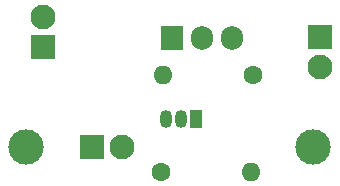
<source format=gbr>
%TF.GenerationSoftware,KiCad,Pcbnew,7.0.8+1*%
%TF.CreationDate,2024-02-21T23:20:15+01:00*%
%TF.ProjectId,MOS_SWITCH_LOAD,4d4f535f-5357-4495-9443-485f4c4f4144,rev?*%
%TF.SameCoordinates,Original*%
%TF.FileFunction,Soldermask,Bot*%
%TF.FilePolarity,Negative*%
%FSLAX46Y46*%
G04 Gerber Fmt 4.6, Leading zero omitted, Abs format (unit mm)*
G04 Created by KiCad (PCBNEW 7.0.8+1) date 2024-02-21 23:20:15*
%MOMM*%
%LPD*%
G01*
G04 APERTURE LIST*
%ADD10C,3.000000*%
%ADD11C,1.600000*%
%ADD12O,1.600000X1.600000*%
%ADD13R,2.100000X2.100000*%
%ADD14C,2.100000*%
%ADD15R,1.905000X2.000000*%
%ADD16O,1.905000X2.000000*%
%ADD17R,1.050000X1.500000*%
%ADD18O,1.050000X1.500000*%
G04 APERTURE END LIST*
D10*
%TO.C,H2*%
X113700000Y-56250000D03*
%TD*%
%TO.C,H1*%
X89350000Y-56200000D03*
%TD*%
D11*
%TO.C,R1*%
X108610000Y-50100000D03*
D12*
X100990000Y-50100000D03*
%TD*%
D13*
%TO.C,J1*%
X114250000Y-46910000D03*
D14*
X114250000Y-49450000D03*
%TD*%
D13*
%TO.C,J3*%
X94930000Y-56250000D03*
D14*
X97470000Y-56250000D03*
%TD*%
D11*
%TO.C,R2*%
X100790000Y-58350000D03*
D12*
X108410000Y-58350000D03*
%TD*%
D13*
%TO.C,J2*%
X90800000Y-47750000D03*
D14*
X90800000Y-45210000D03*
%TD*%
D15*
%TO.C,Q4*%
X101750000Y-47000000D03*
D16*
X104290000Y-47000000D03*
X106830000Y-47000000D03*
%TD*%
D17*
%TO.C,Q3*%
X103720000Y-53840000D03*
D18*
X102450000Y-53840000D03*
X101180000Y-53840000D03*
%TD*%
M02*

</source>
